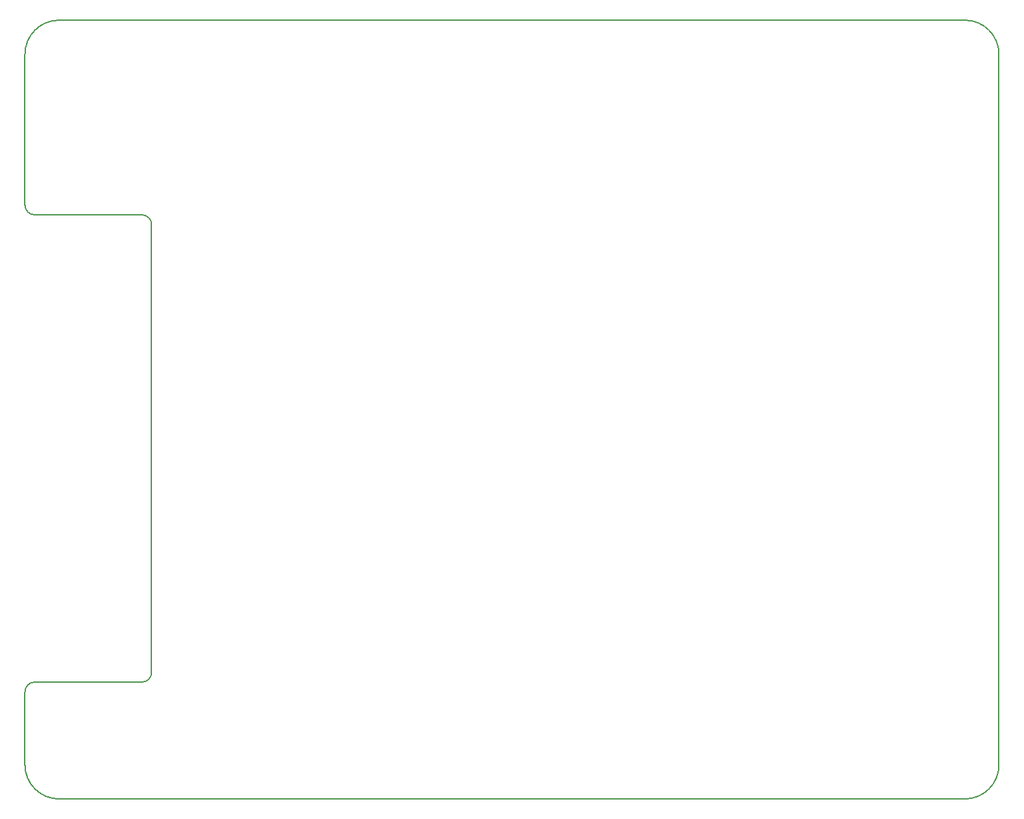
<source format=gbr>
G04 #@! TF.FileFunction,Profile,NP*
%FSLAX46Y46*%
G04 Gerber Fmt 4.6, Leading zero omitted, Abs format (unit mm)*
G04 Created by KiCad (PCBNEW 4.0.7) date 01/22/18 20:22:31*
%MOMM*%
%LPD*%
G01*
G04 APERTURE LIST*
%ADD10C,0.100000*%
%ADD11C,0.150000*%
G04 APERTURE END LIST*
D10*
D11*
X17780000Y-68580000D02*
G75*
G03X19050000Y-69850000I1270000J0D01*
G01*
X34290000Y-71120000D02*
G75*
G03X33020000Y-69850000I-1270000J0D01*
G01*
X33020000Y-130810000D02*
G75*
G03X34290000Y-129540000I0J1270000D01*
G01*
X19050000Y-130810000D02*
G75*
G03X17780000Y-132080000I0J-1270000D01*
G01*
X17780000Y-141605000D02*
G75*
G03X22225000Y-146050000I4445000J0D01*
G01*
X22225000Y-44450000D02*
G75*
G03X17780000Y-48895000I0J-4445000D01*
G01*
X144780000Y-48895000D02*
G75*
G03X140335000Y-44450000I-4445000J0D01*
G01*
X140335000Y-146050000D02*
G75*
G03X144780000Y-141605000I0J4445000D01*
G01*
X140335000Y-146050000D02*
X22225000Y-146050000D01*
X22225000Y-44450000D02*
X140335000Y-44450000D01*
X17780000Y-132080000D02*
X17780000Y-141605000D01*
X33020000Y-130810000D02*
X19050000Y-130810000D01*
X17780000Y-68580000D02*
X17780000Y-48895000D01*
X33020000Y-69850000D02*
X19050000Y-69850000D01*
X34290000Y-129540000D02*
X34290000Y-71120000D01*
X144780000Y-141605000D02*
X144780000Y-48895000D01*
M02*

</source>
